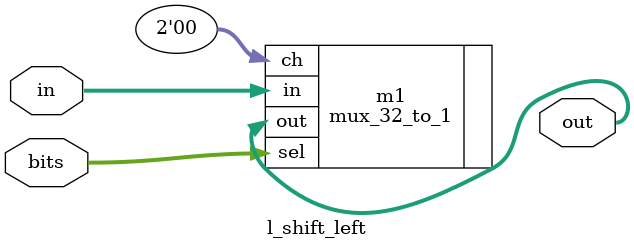
<source format=v>
`timescale 1ns / 1ps


module l_shift_left #(parameter N =32)(in, out, bits);
    input [N-1:0] in;
    input [4:0] bits;
    output [N-1:0] out;
    
//    assign out = in << bits;
    mux_32_to_1 m1(.ch(2'b00), .sel(bits), .in(in), .out(out));
    
endmodule

</source>
